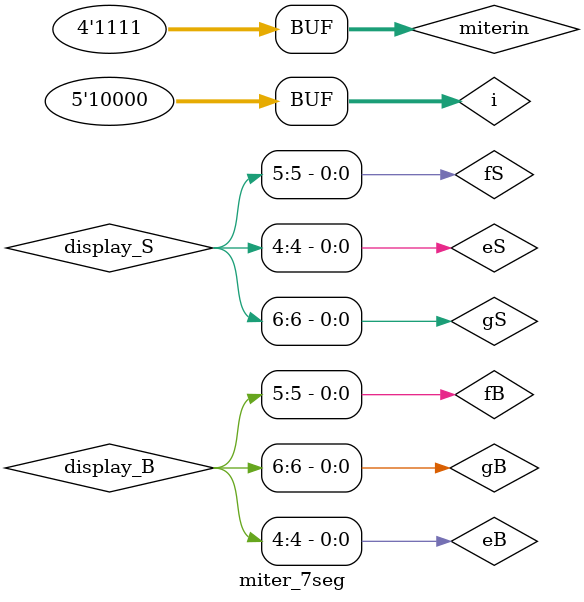
<source format=v>
module miter_7seg();

wire [6:0]display_B;
wire [6:0]display_S;
reg [3:0]miterin;
reg [4:0]i;
wire aS, bS, cS, dS, eS, fS, gS, aB, bB, cB, dB, eB, fB, gB;

assign aS = display_S[0];
assign bS = display_S[1];
assign cS = display_S[2];
assign dS = display_S[3];
assign eS = display_S[4];
assign fS = display_S[5];
assign gS = display_S[6];

assign aB = display_B[0];
assign bB = display_B[1];
assign cB = display_B[2];
assign dB = display_B[3];
assign eB = display_B[4];
assign fB = display_B[5];
assign gB = display_B[6];

Decoder_B uut1(display_B, miterin[3], miterin[2], miterin[1], miterin[0]);
sevenseg uut2(display_S, miterin[3], miterin[2], miterin[1], miterin[0]);

wire miter;

assign miter = |{display_B ^ display_S};

initial begin

for(i=0; i<16; i = i+1)begin
miterin = i;
#10;
end

end

endmodule


</source>
